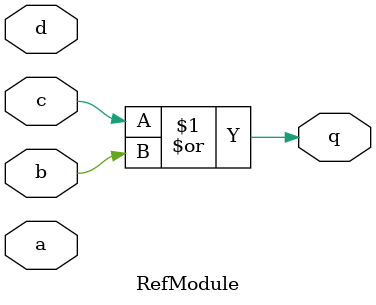
<source format=sv>

module RefModule (
  input a,
  input b,
  input c,
  input d,
  output q
);

  assign q = c | b;

endmodule

</source>
